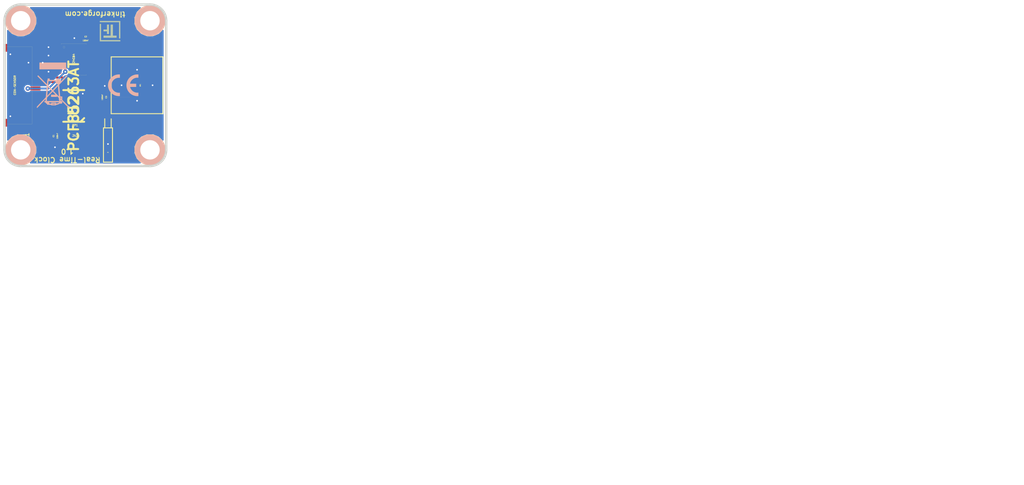
<source format=kicad_pcb>
(kicad_pcb (version 4) (host pcbnew 4.0.1-3.201512221401+6198~38~ubuntu15.10.1-stable)
  (title_block (title "Real Time Clock Bricklet") (date "Di 17 Nov 2015") (rev 1.0) (company "Tinkerforge GmbH") (comment 1 "Licensed under CERN OHL v.1.1") (comment 2 "Copyright (©) 2015, B.Nordmeyer <bastian@tinkerforge.com>"))
  (layers (0 Vorderseite signal) (31 Rückseite signal hide) (34 B.Paste user) (35 F.Paste user) (36 B.SilkS user) (37 F.SilkS user) (38 B.Mask user) (39 F.Mask user) (44 Edge.Cuts user))
  (net 0 "")
  (net 1 GND)
  (net 2 SCL)
  (net 3 SDA)
  (net 4 "Net-(P1-Pad6)")
  (net 5 "Net-(P1-Pad7)")
  (net 6 "Net-(P1-Pad8)")
  (net 7 "Net-(P1-Pad9)")
  (net 8 "Net-(U2-Pad1)")
  (net 9 "Net-(U2-Pad2)")
  (net 10 3V3)
  (net 11 "Net-(BT1-Pad1)")
  (net 12 "Net-(P1-Pad1)")
  (net 13 "Net-(P1-Pad10)")
  (net 14 "Net-(RP1-Pad4)")
  (net 15 "Net-(U1-Pad7)")
  (module kicad-libraries:CON-SENSOR (layer Vorderseite) (at 125.3 100.6 270)
    (fp_text reference P1 (at 7.9502 -3.50012 270) (layer F.SilkS) (effects (font (size 0.59944 0.59944) (thickness 0.12446))))
    (fp_text value CON-SENSOR (at 0 -1.6002 270) (layer F.SilkS) (effects (font (size 0.29972 0.29972) (thickness 0.07112))))
    (pad 1 smd rect (at -4.50088 -4.7752 270) (size 0.59944 1.5494) (layers Vorderseite F.Paste F.Mask) (net 12 "Net-(P1-Pad1)"))
    (pad 2 smd rect (at -3.50012 -4.7752 270) (size 0.59944 1.5494) (layers Vorderseite F.Paste F.Mask) (net 1 GND))
    (pad 3 smd rect (at -2.49936 -4.7752 270) (size 0.59944 1.5494) (layers Vorderseite F.Paste F.Mask) (net 10 3V3))
    (pad 4 smd rect (at -1.50114 -4.7752 270) (size 0.59944 1.5494) (layers Vorderseite F.Paste F.Mask) (net 2 SCL))
    (pad 5 smd rect (at -0.50038 -4.7752 270) (size 0.59944 1.5494) (layers Vorderseite F.Paste F.Mask) (net 3 SDA))
    (pad 6 smd rect (at 0.50038 -4.7752 270) (size 0.59944 1.5494) (layers Vorderseite F.Paste F.Mask) (net 4 "Net-(P1-Pad6)"))
    (pad 7 smd rect (at 1.50114 -4.7752 270) (size 0.59944 1.5494) (layers Vorderseite F.Paste F.Mask) (net 5 "Net-(P1-Pad7)"))
    (pad 8 smd rect (at 2.49936 -4.7752 270) (size 0.59944 1.5494) (layers Vorderseite F.Paste F.Mask) (net 6 "Net-(P1-Pad8)"))
    (pad 9 smd rect (at 3.50012 -4.7752 270) (size 0.59944 1.5494) (layers Vorderseite F.Paste F.Mask) (net 7 "Net-(P1-Pad9)"))
    (pad 10 smd rect (at 4.50088 -4.7752 270) (size 0.59944 1.5494) (layers Vorderseite F.Paste F.Mask) (net 13 "Net-(P1-Pad10)"))
    (pad EP smd rect (at -5.79882 -0.89916 270) (size 1.19888 1.80086) (layers Vorderseite F.Paste F.Mask) (net 1 GND))
    (pad EP smd rect (at 5.79882 -0.89916 270) (size 1.19888 1.80086) (layers Vorderseite F.Paste F.Mask) (net 1 GND))
  )
  (module kicad-libraries:SOIC8 (layer Vorderseite) (at 136 96.6 270)
    (fp_text reference U1 (at 3.29946 2.60096 270) (layer F.SilkS) (effects (font (size 0.29972 0.29972) (thickness 0.0762))))
    (fp_text value M24C64 (at 0 0 270) (layer F.SilkS) (effects (font (size 0.29972 0.29972) (thickness 0.0762))))
    (pad 1 smd rect (at -1.90246 2.69748 90) (size 0.59944 1.5494) (layers Vorderseite F.Paste F.Mask) (net 1 GND))
    (pad 2 smd rect (at -0.63246 2.69748 90) (size 0.59944 1.5494) (layers Vorderseite F.Paste F.Mask) (net 1 GND))
    (pad 3 smd rect (at 0.63246 2.69748 90) (size 0.59944 1.5494) (layers Vorderseite F.Paste F.Mask) (net 4 "Net-(P1-Pad6)"))
    (pad 4 smd rect (at 1.90246 2.69748 90) (size 0.59944 1.5494) (layers Vorderseite F.Paste F.Mask) (net 1 GND))
    (pad 5 smd rect (at 1.90246 -2.69748 270) (size 0.59944 1.5494) (layers Vorderseite F.Paste F.Mask) (net 3 SDA))
    (pad 6 smd rect (at 0.63246 -2.69748 270) (size 0.59944 1.5494) (layers Vorderseite F.Paste F.Mask) (net 2 SCL))
    (pad 7 smd rect (at -0.63246 -2.69748 270) (size 0.59944 1.5494) (layers Vorderseite F.Paste F.Mask) (net 15 "Net-(U1-Pad7)"))
    (pad 8 smd rect (at -1.90246 -2.69748 270) (size 0.59944 1.5494) (layers Vorderseite F.Paste F.Mask) (net 10 3V3))
  )
  (module kicad-libraries:DRILL_NP (layer Vorderseite) (at 147.8 110.6 90)
    (fp_text reference U4 hide)
    (fp_text value DRILL hide)
    (pad "" np_thru_hole circle (at 0 0 90) (size 2.99974 2.99974) (drill 2.99974) (layers *.Cu *.Mask F.SilkS) (clearance 0.89916))
  )
  (module kicad-libraries:DRILL_NP (layer Vorderseite) (at 147.8 90.6)
    (fp_text reference U5 hide)
    (fp_text value DRILL hide)
    (pad "" np_thru_hole circle (at 0 0) (size 2.99974 2.99974) (drill 2.99974) (layers *.Cu *.Mask F.SilkS) (clearance 0.89916))
  )
  (module kicad-libraries:DRILL_NP (layer Vorderseite) (at 127.8 110.6 90)
    (fp_text reference U6 hide)
    (fp_text value DRILL hide)
    (pad "" np_thru_hole circle (at 0 0 90) (size 2.99974 2.99974) (drill 2.99974) (layers *.Cu *.Mask F.SilkS) (clearance 0.89916))
  )
  (module kicad-libraries:0603E (layer Vorderseite) (at 133.1 108.4 270)
    (fp_text reference C1 (at 0.05 0.225 270) (layer F.SilkS) (effects (font (size 0.2 0.2) (thickness 0.05))))
    (fp_text value 100nF (at 0.05 -0.375 270) (layer F.SilkS) (effects (font (size 0.2 0.2) (thickness 0.05))))
    (pad 1 smd rect (at -0.8501 0 270) (size 1.1 1) (layers Vorderseite F.Paste F.Mask) (net 10 3V3))
    (pad 2 smd rect (at 0.8501 0 270) (size 1.1 1) (layers Vorderseite F.Paste F.Mask) (net 1 GND))
  )
  (module kicad-libraries:0603E (layer Vorderseite) (at 137.9 93.3 180)
    (fp_text reference C2 (at 0.05 0.225 180) (layer F.SilkS) (effects (font (size 0.2 0.2) (thickness 0.05))))
    (fp_text value 100nF (at 0.05 -0.375 180) (layer F.SilkS) (effects (font (size 0.2 0.2) (thickness 0.05))))
    (pad 1 smd rect (at -0.8501 0 180) (size 1.1 1) (layers Vorderseite F.Paste F.Mask) (net 10 3V3))
    (pad 2 smd rect (at 0.8501 0 180) (size 1.1 1) (layers Vorderseite F.Paste F.Mask) (net 1 GND))
  )
  (module kicad-libraries:0603E (layer Vorderseite) (at 140.8 102.5 90)
    (fp_text reference C3 (at 0.05 0.225 90) (layer F.SilkS) (effects (font (size 0.2 0.2) (thickness 0.05))))
    (fp_text value 100nF (at 0.05 -0.375 90) (layer F.SilkS) (effects (font (size 0.2 0.2) (thickness 0.05))))
    (pad 1 smd rect (at -0.8501 0 90) (size 1.1 1) (layers Vorderseite F.Paste F.Mask) (net 11 "Net-(BT1-Pad1)"))
    (pad 2 smd rect (at 0.8501 0 90) (size 1.1 1) (layers Vorderseite F.Paste F.Mask) (net 1 GND))
  )
  (module kicad-libraries:4X0603 (layer Vorderseite) (at 136.2 108.4)
    (fp_text reference RP1 (at 0 -1.6002) (layer F.SilkS) (effects (font (size 0.29972 0.29972) (thickness 0.0762))))
    (fp_text value 2k2 (at 0 0) (layer F.SilkS) (effects (font (size 0.29972 0.29972) (thickness 0.0762))))
    (pad 1 smd rect (at -1.19888 -0.8509) (size 0.44958 0.89916) (layers Vorderseite F.Paste F.Mask) (net 7 "Net-(P1-Pad9)"))
    (pad 2 smd rect (at -0.39878 -0.8509) (size 0.44958 0.89916) (layers Vorderseite F.Paste F.Mask) (net 6 "Net-(P1-Pad8)"))
    (pad 3 smd rect (at 0.39878 -0.8509) (size 0.44958 0.89916) (layers Vorderseite F.Paste F.Mask) (net 5 "Net-(P1-Pad7)"))
    (pad 4 smd rect (at 1.19888 -0.8509) (size 0.44958 0.89916) (layers Vorderseite F.Paste F.Mask) (net 14 "Net-(RP1-Pad4)"))
    (pad 5 smd rect (at 1.19888 0.8509) (size 0.44958 0.89916) (layers Vorderseite F.Paste F.Mask) (net 10 3V3))
    (pad 6 smd rect (at 0.39878 0.8509) (size 0.44958 0.89916) (layers Vorderseite F.Paste F.Mask) (net 10 3V3))
    (pad 7 smd rect (at -0.39878 0.8509) (size 0.44958 0.89916) (layers Vorderseite F.Paste F.Mask) (net 10 3V3))
    (pad 8 smd rect (at -1.19888 0.8509) (size 0.44958 0.89916) (layers Vorderseite F.Paste F.Mask) (net 10 3V3))
  )
  (module kicad-libraries:SO-8 (layer Vorderseite) (at 136 103.8 90)
    (fp_text reference U2 (at 0 0 90) (layer F.SilkS) (effects (font (thickness 0.3048))))
    (fp_text value PCF85263AT (at 0 0 90) (layer F.SilkS) (effects (font (thickness 0.3048))))
    (pad 1 smd rect (at -1.90246 2.86766 270) (size 0.79756 2.19964) (layers Vorderseite F.Paste F.Mask) (net 8 "Net-(U2-Pad1)"))
    (pad 2 smd rect (at -0.63246 2.86766 270) (size 0.79756 2.19964) (layers Vorderseite F.Paste F.Mask) (net 9 "Net-(U2-Pad2)"))
    (pad 3 smd rect (at 0.63246 2.86766 270) (size 0.79756 2.19964) (layers Vorderseite F.Paste F.Mask) (net 11 "Net-(BT1-Pad1)"))
    (pad 4 smd rect (at 1.90246 2.86766 270) (size 0.79756 2.19964) (layers Vorderseite F.Paste F.Mask) (net 1 GND))
    (pad 5 smd rect (at 1.90246 -2.86766 90) (size 0.79756 2.19964) (layers Vorderseite F.Paste F.Mask) (net 5 "Net-(P1-Pad7)"))
    (pad 6 smd rect (at 0.63246 -2.86766 90) (size 0.79756 2.19964) (layers Vorderseite F.Paste F.Mask) (net 6 "Net-(P1-Pad8)"))
    (pad 7 smd rect (at -0.63246 -2.86766 90) (size 0.79756 2.19964) (layers Vorderseite F.Paste F.Mask) (net 7 "Net-(P1-Pad9)"))
    (pad 8 smd rect (at -1.90246 -2.86766 90) (size 0.79756 2.19964) (layers Vorderseite F.Paste F.Mask) (net 10 3V3))
  )
  (module kicad-libraries:DRILL_NP (layer Vorderseite) (at 127.8 90.6 270)
    (fp_text reference U3 hide)
    (fp_text value DRILL hide)
    (pad "" np_thru_hole circle (at 0 0 270) (size 2.99974 2.99974) (drill 2.99974) (layers *.Cu *.Mask F.SilkS) (clearance 0.89916))
  )
  (module kicad-libraries:AB26TRQ (layer Vorderseite) (at 141.3 111.5 180)
    (fp_text reference X1 (at 0 0.5 180) (layer F.SilkS) (effects (font (size 0.127 0.127) (thickness 0.03175))))
    (fp_text value 32.768kHz)
    (pad 3 smd rect (at 0 0 180) (size 1.5 2.4) (layers Vorderseite F.Paste F.Mask) (net 1 GND))
    (pad 1 smd rect (at -0.45 5.55 180) (size 0.6 1.1) (layers Vorderseite F.Paste F.Mask) (net 9 "Net-(U2-Pad2)"))
    (pad 2 smd rect (at 0.45 5.55 180) (size 0.6 1.1) (layers Vorderseite F.Paste F.Mask) (net 8 "Net-(U2-Pad1)"))
  )
  (module kicad-libraries:Logo_31x31 (layer Vorderseite) (at 143.2 93.8 180)
    (fp_text reference G*** hide)
    (fp_text value Logo_31x31 hide)
  )
  (module kicad-libraries:WEEE_7mm_back (layer Rückseite) (at 132.8 100.6 180)
    (fp_text reference VAL hide)
    (fp_text value WEEE_7mm_back hide)
  )
  (module kicad-libraries:CE_5mm (layer Rückseite) (at 143.7 100.6)
    (fp_text reference VAL hide)
    (fp_text value CE_5mm hide)
  )
  (module kicad-libraries:BATTERY_HOLDER_2998 (layer Vorderseite) (at 145.8 100.6 90)
    (fp_text reference BT1 (at 0 0.5 90) (layer F.SilkS) (effects (font (size 0.15 0.15) (thickness 0.0375))))
    (fp_text value BATTERY)
    (pad 1 smd rect (at -4.7 0 90) (size 1.78 5.08) (layers Vorderseite F.Paste F.Mask) (net 11 "Net-(BT1-Pad1)"))
    (pad 1 smd rect (at 4.7 0 90) (size 1.78 5.08) (layers Vorderseite F.Paste F.Mask) (net 11 "Net-(BT1-Pad1)"))
    (pad 2 smd rect (at 0 0 90) (size 3.96 3.96) (layers Vorderseite F.Mask) (net 1 GND))
  )
  (gr_line (start 150.3 110.6) (end 150.3 90.6) (angle 90) (layer Edge.Cuts) (width 0.381))
  (gr_line (start 127.8 113.1) (end 147.8 113.1) (angle 90) (layer Edge.Cuts) (width 0.381))
  (gr_line (start 125.3 90.6) (end 125.3 110.6) (angle 90) (layer Edge.Cuts) (width 0.381))
  (gr_line (start 147.8 88.1) (end 127.8 88.1) (angle 90) (layer Edge.Cuts) (width 0.381))
  (gr_arc (start 127.8 90.6) (end 125.3 90.6) (angle 90) (layer Edge.Cuts) (width 0.381))
  (gr_arc (start 127.8 110.6) (end 127.8 113.1) (angle 90) (layer Edge.Cuts) (width 0.381))
  (gr_arc (start 147.8 110.6) (end 150.3 110.6) (angle 90) (layer Edge.Cuts) (width 0.381))
  (gr_arc (start 147.8 90.6) (end 147.8 88.1) (angle 90) (layer Edge.Cuts) (width 0.381))
  (gr_text tinkerforge.com (at 139.3 89.6 180) (layer F.SilkS) (effects (font (size 0.8001 0.8001) (thickness 0.14986))))
  (gr_text "Real-Time Clock\n1.0" (at 135 111.5 180) (layer F.SilkS) (effects (font (size 0.8001 0.8001) (thickness 0.14986))))
  (segment (start 130.0752 97.09988) (end 131.19988 97.09988) (width 0.5) (layer Vorderseite) (net 1))
  (via (at 131.2 97.1) (size 0.70104) (layers Vorderseite Rückseite) (net 1))
  (segment (start 131.19988 97.09988) (end 131.2 97.1) (width 0.5) (layer Vorderseite) (net 1))
  (segment (start 130.0752 97.09988) (end 129.00012 97.09988) (width 0.5) (layer Vorderseite) (net 1))
  (via (at 129 97.1) (size 0.70104) (layers Vorderseite Rückseite) (net 1))
  (segment (start 129.00012 97.09988) (end 129 97.1) (width 0.5) (layer Vorderseite) (net 1))
  (via (at 141.3 109.7) (size 0.70104) (layers Vorderseite Rückseite) (net 1))
  (segment (start 141.3 111.5) (end 141.3 109.7) (width 0.8001) (layer Vorderseite) (net 1))
  (via (at 143.4 100.6) (size 0.70104) (layers Vorderseite Rückseite) (net 1))
  (segment (start 145.8 100.6) (end 143.4 100.6) (width 0.8001) (layer Vorderseite) (net 1))
  (via (at 148.2 100.6) (size 0.70104) (layers Vorderseite Rückseite) (net 1))
  (segment (start 145.8 100.6) (end 148.2 100.6) (width 0.8001) (layer Vorderseite) (net 1))
  (via (at 145.8 98.2) (size 0.70104) (layers Vorderseite Rückseite) (net 1))
  (segment (start 145.8 100.6) (end 145.8 98.2) (width 0.8001) (layer Vorderseite) (net 1))
  (via (at 145.8 103) (size 0.70104) (layers Vorderseite Rückseite) (net 1))
  (segment (start 145.8 100.6) (end 145.8 103) (width 0.8001) (layer Vorderseite) (net 1))
  (via (at 140.8 100.7) (size 0.70104) (layers Vorderseite Rückseite) (net 1))
  (segment (start 140.8 101.6499) (end 140.8 100.7) (width 0.8001) (layer Vorderseite) (net 1))
  (segment (start 137.40246 101.89754) (end 137.4 101.9) (width 0.8001) (layer Vorderseite) (net 1))
  (via (at 137.4 101.9) (size 0.70104) (layers Vorderseite Rückseite) (net 1))
  (segment (start 138.86766 101.89754) (end 137.40246 101.89754) (width 0.8001) (layer Vorderseite) (net 1))
  (via (at 133.1 110.2) (size 0.70104) (layers Vorderseite Rückseite) (net 1))
  (segment (start 133.1 109.2501) (end 133.1 110.2) (width 0.8001) (layer Vorderseite) (net 1))
  (segment (start 126.19916 105.40084) (end 126.2 105.4) (width 0.8001) (layer Vorderseite) (net 1))
  (via (at 126.2 105.4) (size 0.70104) (layers Vorderseite Rückseite) (net 1))
  (segment (start 126.19916 106.39882) (end 126.19916 105.40084) (width 0.8001) (layer Vorderseite) (net 1))
  (segment (start 126.19916 95.79916) (end 126.2 95.8) (width 0.8001) (layer Vorderseite) (net 1))
  (via (at 126.2 95.8) (size 0.70104) (layers Vorderseite Rückseite) (net 1))
  (segment (start 126.19916 94.80118) (end 126.19916 95.79916) (width 0.8001) (layer Vorderseite) (net 1))
  (segment (start 132.10246 98.50246) (end 132.1 98.5) (width 0.8001) (layer Vorderseite) (net 1))
  (via (at 132.1 98.5) (size 0.70104) (layers Vorderseite Rückseite) (net 1))
  (segment (start 133.30252 98.50246) (end 132.10246 98.50246) (width 0.8001) (layer Vorderseite) (net 1))
  (segment (start 132.13246 95.96754) (end 132.1 96) (width 0.8001) (layer Vorderseite) (net 1))
  (via (at 132.1 96) (size 0.70104) (layers Vorderseite Rückseite) (net 1))
  (segment (start 133.30252 95.96754) (end 132.13246 95.96754) (width 0.8001) (layer Vorderseite) (net 1))
  (segment (start 132.10246 94.69754) (end 132.1 94.7) (width 0.8001) (layer Vorderseite) (net 1))
  (via (at 132.1 94.7) (size 0.70104) (layers Vorderseite Rückseite) (net 1))
  (segment (start 133.30252 94.69754) (end 132.10246 94.69754) (width 0.8001) (layer Vorderseite) (net 1))
  (via (at 136.1 93.3) (size 0.70104) (layers Vorderseite Rückseite) (net 1))
  (segment (start 137.0499 93.3) (end 136.1 93.3) (width 0.8001) (layer Vorderseite) (net 1))
  (segment (start 137.46754 97.23246) (end 135.3 99.4) (width 0.29972) (layer Vorderseite) (net 2))
  (segment (start 135.3 99.4) (end 131.7 99.4) (width 0.29972) (layer Vorderseite) (net 2))
  (segment (start 131.7 99.4) (end 131.39886 99.09886) (width 0.29972) (layer Vorderseite) (net 2))
  (segment (start 131.39886 99.09886) (end 130.0752 99.09886) (width 0.29972) (layer Vorderseite) (net 2))
  (segment (start 138.69748 97.23246) (end 137.46754 97.23246) (width 0.29972) (layer Vorderseite) (net 2))
  (segment (start 136.10038 100.09962) (end 137.69754 98.50246) (width 0.29972) (layer Vorderseite) (net 3))
  (segment (start 137.69754 98.50246) (end 138.69748 98.50246) (width 0.29972) (layer Vorderseite) (net 3))
  (segment (start 130.0752 100.09962) (end 136.10038 100.09962) (width 0.29972) (layer Vorderseite) (net 3))
  (segment (start 134.33246 97.23246) (end 134.7 97.6) (width 0.29972) (layer Vorderseite) (net 4))
  (segment (start 134.7 97.6) (end 134.7 98.5) (width 0.29972) (layer Vorderseite) (net 4))
  (via (at 134.7 98.5) (size 0.70104) (layers Vorderseite Rückseite) (net 4))
  (segment (start 134.7 98.5) (end 132.1 101.1) (width 0.29972) (layer Rückseite) (net 4))
  (segment (start 132.1 101.1) (end 128.9 101.1) (width 0.29972) (layer Rückseite) (net 4))
  (via (at 128.9 101.1) (size 0.70104) (layers Vorderseite Rückseite) (net 4))
  (segment (start 128.9 101.1) (end 128.90038 101.10038) (width 0.29972) (layer Vorderseite) (net 4))
  (segment (start 128.90038 101.10038) (end 130.0752 101.10038) (width 0.29972) (layer Vorderseite) (net 4))
  (segment (start 133.30252 97.23246) (end 134.33246 97.23246) (width 0.29972) (layer Vorderseite) (net 4))
  (segment (start 131.60246 101.89754) (end 131.39886 102.10114) (width 0.29972) (layer Vorderseite) (net 5))
  (segment (start 131.39886 102.10114) (end 130.0752 102.10114) (width 0.29972) (layer Vorderseite) (net 5))
  (segment (start 133.13234 101.89754) (end 131.60246 101.89754) (width 0.29972) (layer Vorderseite) (net 5))
  (segment (start 134.19754 101.89754) (end 133.13234 101.89754) (width 0.29972) (layer Vorderseite) (net 5))
  (segment (start 136.59878 104.29878) (end 134.19754 101.89754) (width 0.29972) (layer Vorderseite) (net 5))
  (segment (start 136.59878 107.5491) (end 136.59878 104.29878) (width 0.29972) (layer Vorderseite) (net 5))
  (segment (start 130.14338 103.16754) (end 130.0752 103.09936) (width 0.29972) (layer Vorderseite) (net 6))
  (segment (start 133.13234 103.16754) (end 130.14338 103.16754) (width 0.29972) (layer Vorderseite) (net 6))
  (segment (start 134.16754 103.16754) (end 133.13234 103.16754) (width 0.29972) (layer Vorderseite) (net 6))
  (segment (start 135.80122 104.80122) (end 134.16754 103.16754) (width 0.29972) (layer Vorderseite) (net 6))
  (segment (start 135.80122 107.5491) (end 135.80122 104.80122) (width 0.29972) (layer Vorderseite) (net 6))
  (segment (start 131.30012 104.10012) (end 131.63246 104.43246) (width 0.29972) (layer Vorderseite) (net 7))
  (segment (start 131.63246 104.43246) (end 133.13234 104.43246) (width 0.29972) (layer Vorderseite) (net 7))
  (segment (start 130.0752 104.10012) (end 131.30012 104.10012) (width 0.29972) (layer Vorderseite) (net 7))
  (segment (start 134.13246 104.43246) (end 133.13234 104.43246) (width 0.29972) (layer Vorderseite) (net 7))
  (segment (start 135.00112 105.30112) (end 134.13246 104.43246) (width 0.29972) (layer Vorderseite) (net 7))
  (segment (start 135.00112 107.5491) (end 135.00112 105.30112) (width 0.29972) (layer Vorderseite) (net 7))
  (segment (start 138.97012 105.6) (end 138.86766 105.70246) (width 0.5) (layer Vorderseite) (net 8))
  (segment (start 140.5 105.6) (end 138.97012 105.6) (width 0.29972) (layer Vorderseite) (net 8))
  (segment (start 140.85 105.95) (end 140.5 105.6) (width 0.29972) (layer Vorderseite) (net 8))
  (segment (start 140.13246 104.43246) (end 140.3 104.6) (width 0.29972) (layer Vorderseite) (net 9))
  (segment (start 140.3 104.6) (end 141.3 104.6) (width 0.29972) (layer Vorderseite) (net 9))
  (segment (start 141.3 104.6) (end 141.75 105.05) (width 0.29972) (layer Vorderseite) (net 9))
  (segment (start 141.75 105.05) (end 141.75 105.95) (width 0.29972) (layer Vorderseite) (net 9))
  (segment (start 138.86766 104.43246) (end 140.13246 104.43246) (width 0.29972) (layer Vorderseite) (net 9))
  (segment (start 137.39888 109.80112) (end 137.1 110.1) (width 0.29972) (layer Vorderseite) (net 10))
  (segment (start 135.8 110.1) (end 135.4 110.1) (width 0.29972) (layer Vorderseite) (net 10))
  (segment (start 136.6 110.1) (end 135.8 110.1) (width 0.29972) (layer Vorderseite) (net 10))
  (segment (start 137.1 110.1) (end 136.6 110.1) (width 0.29972) (layer Vorderseite) (net 10))
  (segment (start 135.4 110.1) (end 135.00112 109.70112) (width 0.29972) (layer Vorderseite) (net 10))
  (segment (start 135.00112 109.70112) (end 135.00112 109.2509) (width 0.29972) (layer Vorderseite) (net 10))
  (segment (start 137.39888 109.2509) (end 137.39888 109.80112) (width 0.29972) (layer Vorderseite) (net 10))
  (segment (start 133.4499 107.5499) (end 133.1 107.5499) (width 0.29972) (layer Vorderseite) (net 10))
  (segment (start 135.00112 109.10112) (end 133.4499 107.5499) (width 0.29972) (layer Vorderseite) (net 10))
  (segment (start 135.00112 109.2509) (end 135.00112 109.10112) (width 0.29972) (layer Vorderseite) (net 10))
  (segment (start 130.5499 107.5499) (end 127.8 104.8) (width 0.29972) (layer Vorderseite) (net 10))
  (segment (start 127.8 104.8) (end 127.8 99.1) (width 0.29972) (layer Vorderseite) (net 10))
  (segment (start 127.8 99.1) (end 128.79936 98.10064) (width 0.29972) (layer Vorderseite) (net 10))
  (segment (start 128.79936 98.10064) (end 130.0752 98.10064) (width 0.29972) (layer Vorderseite) (net 10))
  (segment (start 133.1 107.5499) (end 130.5499 107.5499) (width 0.29972) (layer Vorderseite) (net 10))
  (segment (start 133.13234 107.51756) (end 133.1 107.5499) (width 0.29972) (layer Vorderseite) (net 10))
  (segment (start 133.13234 105.70246) (end 133.13234 107.51756) (width 0.29972) (layer Vorderseite) (net 10))
  (segment (start 138.7501 92.4501) (end 138.2 91.9) (width 0.29972) (layer Vorderseite) (net 10))
  (segment (start 138.2 91.9) (end 131.9 91.9) (width 0.29972) (layer Vorderseite) (net 10))
  (segment (start 131.9 91.9) (end 127.8 96) (width 0.29972) (layer Vorderseite) (net 10))
  (segment (start 127.8 96) (end 127.8 97.10128) (width 0.29972) (layer Vorderseite) (net 10))
  (segment (start 127.8 97.10128) (end 128.79936 98.10064) (width 0.29972) (layer Vorderseite) (net 10))
  (segment (start 138.7501 93.3) (end 138.7501 92.4501) (width 0.29972) (layer Vorderseite) (net 10))
  (segment (start 138.7501 94.64492) (end 138.69748 94.69754) (width 0.25) (layer Vorderseite) (net 10))
  (segment (start 138.7501 93.3) (end 138.7501 94.64492) (width 0.29972) (layer Vorderseite) (net 10))
  (segment (start 135.80122 110.1) (end 135.8 110.1) (width 0.29972) (layer Vorderseite) (net 10))
  (segment (start 135.80122 109.2509) (end 135.80122 110.1) (width 0.29972) (layer Vorderseite) (net 10))
  (segment (start 136.59878 110.1) (end 136.6 110.09878) (width 0.29972) (layer Vorderseite) (net 10))
  (segment (start 136.6 110.09878) (end 136.6 110) (width 0.29972) (layer Vorderseite) (net 10))
  (segment (start 136.6 110) (end 136.6 110.1) (width 0.29972) (layer Vorderseite) (net 10))
  (segment (start 136.59878 109.2509) (end 136.59878 110.1) (width 0.29972) (layer Vorderseite) (net 10))
  (segment (start 140.61744 103.16754) (end 140.8 103.3501) (width 0.5) (layer Vorderseite) (net 11))
  (segment (start 138.86766 103.16754) (end 140.61744 103.16754) (width 0.5) (layer Vorderseite) (net 11))
  (segment (start 143.6 105.3) (end 145.8 105.3) (width 0.5) (layer Vorderseite) (net 11))
  (segment (start 141.6501 103.3501) (end 143.6 105.3) (width 0.5) (layer Vorderseite) (net 11))
  (segment (start 140.8 103.3501) (end 141.6501 103.3501) (width 0.5) (layer Vorderseite) (net 11))
  (segment (start 148 95.9) (end 145.8 95.9) (width 0.5) (layer Vorderseite) (net 11))
  (segment (start 148.4 105.3) (end 149.5 104.2) (width 0.5) (layer Vorderseite) (net 11))
  (segment (start 149.5 104.2) (end 149.5 97.4) (width 0.5) (layer Vorderseite) (net 11))
  (segment (start 149.5 97.4) (end 148 95.9) (width 0.5) (layer Vorderseite) (net 11))
  (segment (start 145.8 105.3) (end 148.4 105.3) (width 0.5) (layer Vorderseite) (net 11))
  (zone (net 1) (net_name GND) (layer Rückseite) (connect_pads (clearance 0.2)) (min_thickness 0.2) (fill yes (arc_segments 16) (thermal_gap 0.21) (thermal_bridge_width 0.21))
    (polygon (pts (xy 125.3 88.1) (xy 150.3 88.1) (xy 150.3 113.1) (xy 125.3 113.1)))
  )
)
</source>
